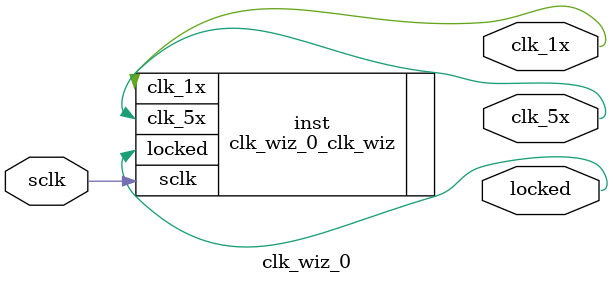
<source format=v>


`timescale 1ps/1ps

(* CORE_GENERATION_INFO = "clk_wiz_0,clk_wiz_v6_0_4_0_0,{component_name=clk_wiz_0,use_phase_alignment=true,use_min_o_jitter=false,use_max_i_jitter=false,use_dyn_phase_shift=false,use_inclk_switchover=false,use_dyn_reconfig=false,enable_axi=0,feedback_source=FDBK_AUTO,PRIMITIVE=MMCM,num_out_clk=2,clkin1_period=20.000,clkin2_period=10.0,use_power_down=false,use_reset=false,use_locked=true,use_inclk_stopped=false,feedback_type=SINGLE,CLOCK_MGR_TYPE=NA,manual_override=false}" *)

module clk_wiz_0 
 (
  // Clock out ports
  output        clk_1x,
  output        clk_5x,
  // Status and control signals
  output        locked,
 // Clock in ports
  input         sclk
 );

  clk_wiz_0_clk_wiz inst
  (
  // Clock out ports  
  .clk_1x(clk_1x),
  .clk_5x(clk_5x),
  // Status and control signals               
  .locked(locked),
 // Clock in ports
  .sclk(sclk)
  );

endmodule

</source>
